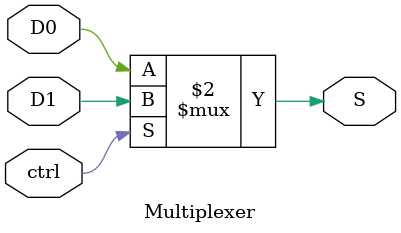
<source format=v>
module Multiplexer #(parameter WIDTH = 1)
  (input ctrl,
   input [WIDTH-1:0] D0,
   input [WIDTH-1:0] D1,
   output [WIDTH-1:0] S);

  assign S = (ctrl == 1'b0) ? D0 : D1;

endmodule
</source>
